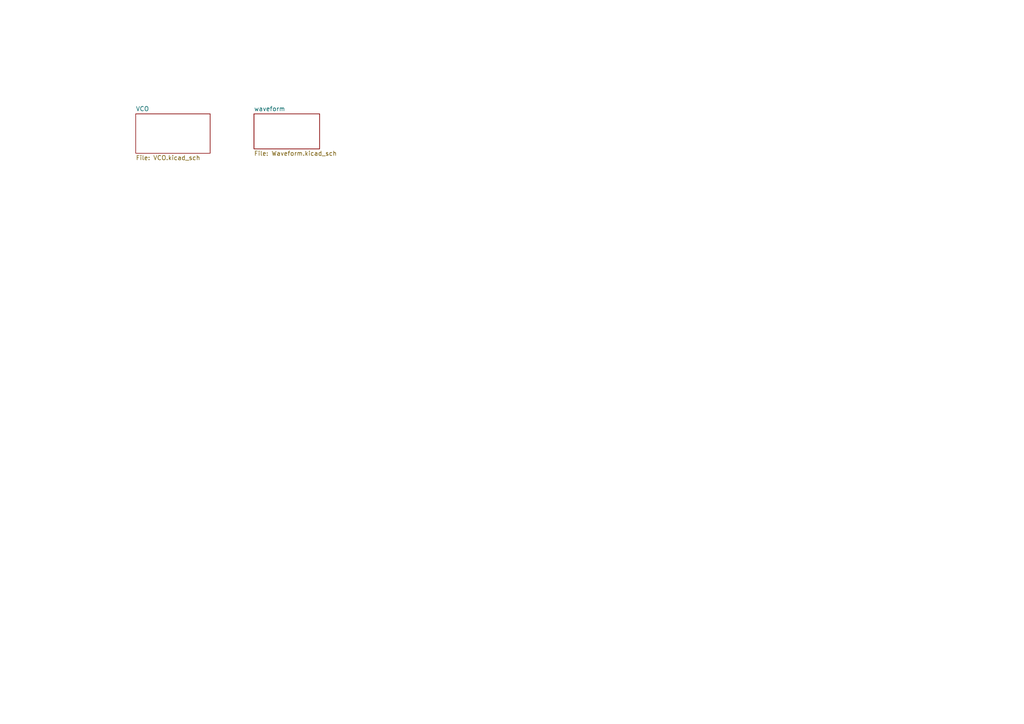
<source format=kicad_sch>
(kicad_sch
	(version 20250114)
	(generator "eeschema")
	(generator_version "9.0")
	(uuid "bae8314b-242c-4fa4-bbce-99492909575e")
	(paper "A4")
	(lib_symbols)
	(sheet
		(at 39.37 33.02)
		(size 21.59 11.43)
		(exclude_from_sim no)
		(in_bom yes)
		(on_board yes)
		(dnp no)
		(fields_autoplaced yes)
		(stroke
			(width 0.1524)
			(type solid)
		)
		(fill
			(color 0 0 0 0.0000)
		)
		(uuid "2f41abe6-7163-4fa2-8be9-b46ea312e2c4")
		(property "Sheetname" "VCO"
			(at 39.37 32.3084 0)
			(effects
				(font
					(size 1.27 1.27)
				)
				(justify left bottom)
			)
		)
		(property "Sheetfile" "VCO.kicad_sch"
			(at 39.37 45.0346 0)
			(effects
				(font
					(size 1.27 1.27)
				)
				(justify left top)
			)
		)
		(instances
			(project "VCOSeparate"
				(path "/bae8314b-242c-4fa4-bbce-99492909575e"
					(page "2")
				)
			)
		)
	)
	(sheet
		(at 73.66 33.02)
		(size 19.05 10.16)
		(exclude_from_sim no)
		(in_bom yes)
		(on_board yes)
		(dnp no)
		(fields_autoplaced yes)
		(stroke
			(width 0.1524)
			(type solid)
		)
		(fill
			(color 0 0 0 0.0000)
		)
		(uuid "791f1ae8-f140-4d09-bee6-6dad7cbfbb50")
		(property "Sheetname" "waveform"
			(at 73.66 32.3084 0)
			(effects
				(font
					(size 1.27 1.27)
				)
				(justify left bottom)
			)
		)
		(property "Sheetfile" "Waveform.kicad_sch"
			(at 73.66 43.7646 0)
			(effects
				(font
					(size 1.27 1.27)
				)
				(justify left top)
			)
		)
		(instances
			(project "VCOSeparate"
				(path "/bae8314b-242c-4fa4-bbce-99492909575e"
					(page "3")
				)
			)
		)
	)
	(sheet_instances
		(path "/"
			(page "1")
		)
	)
	(embedded_fonts no)
)

</source>
